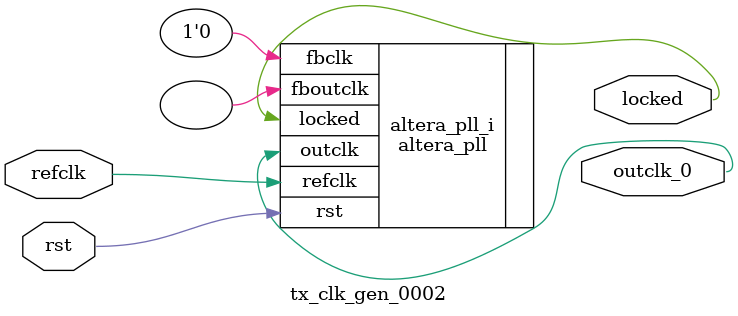
<source format=v>
`timescale 1ns/10ps
module  tx_clk_gen_0002(

	// interface 'refclk'
	input wire refclk,

	// interface 'reset'
	input wire rst,

	// interface 'outclk0'
	output wire outclk_0,

	// interface 'locked'
	output wire locked
);

	altera_pll #(
		.fractional_vco_multiplier("false"),
		.reference_clock_frequency("73.142858 MHz"),
		.operation_mode("direct"),
		.number_of_clocks(1),
		.output_clock_frequency0("146.285716 MHz"),
		.phase_shift0("0 ps"),
		.duty_cycle0(50),
		.output_clock_frequency1("0 MHz"),
		.phase_shift1("0 ps"),
		.duty_cycle1(50),
		.output_clock_frequency2("0 MHz"),
		.phase_shift2("0 ps"),
		.duty_cycle2(50),
		.output_clock_frequency3("0 MHz"),
		.phase_shift3("0 ps"),
		.duty_cycle3(50),
		.output_clock_frequency4("0 MHz"),
		.phase_shift4("0 ps"),
		.duty_cycle4(50),
		.output_clock_frequency5("0 MHz"),
		.phase_shift5("0 ps"),
		.duty_cycle5(50),
		.output_clock_frequency6("0 MHz"),
		.phase_shift6("0 ps"),
		.duty_cycle6(50),
		.output_clock_frequency7("0 MHz"),
		.phase_shift7("0 ps"),
		.duty_cycle7(50),
		.output_clock_frequency8("0 MHz"),
		.phase_shift8("0 ps"),
		.duty_cycle8(50),
		.output_clock_frequency9("0 MHz"),
		.phase_shift9("0 ps"),
		.duty_cycle9(50),
		.output_clock_frequency10("0 MHz"),
		.phase_shift10("0 ps"),
		.duty_cycle10(50),
		.output_clock_frequency11("0 MHz"),
		.phase_shift11("0 ps"),
		.duty_cycle11(50),
		.output_clock_frequency12("0 MHz"),
		.phase_shift12("0 ps"),
		.duty_cycle12(50),
		.output_clock_frequency13("0 MHz"),
		.phase_shift13("0 ps"),
		.duty_cycle13(50),
		.output_clock_frequency14("0 MHz"),
		.phase_shift14("0 ps"),
		.duty_cycle14(50),
		.output_clock_frequency15("0 MHz"),
		.phase_shift15("0 ps"),
		.duty_cycle15(50),
		.output_clock_frequency16("0 MHz"),
		.phase_shift16("0 ps"),
		.duty_cycle16(50),
		.output_clock_frequency17("0 MHz"),
		.phase_shift17("0 ps"),
		.duty_cycle17(50),
		.pll_type("General"),
		.pll_subtype("General")
	) altera_pll_i (
		.rst	(rst),
		.outclk	({outclk_0}),
		.locked	(locked),
		.fboutclk	( ),
		.fbclk	(1'b0),
		.refclk	(refclk)
	);
endmodule


</source>
